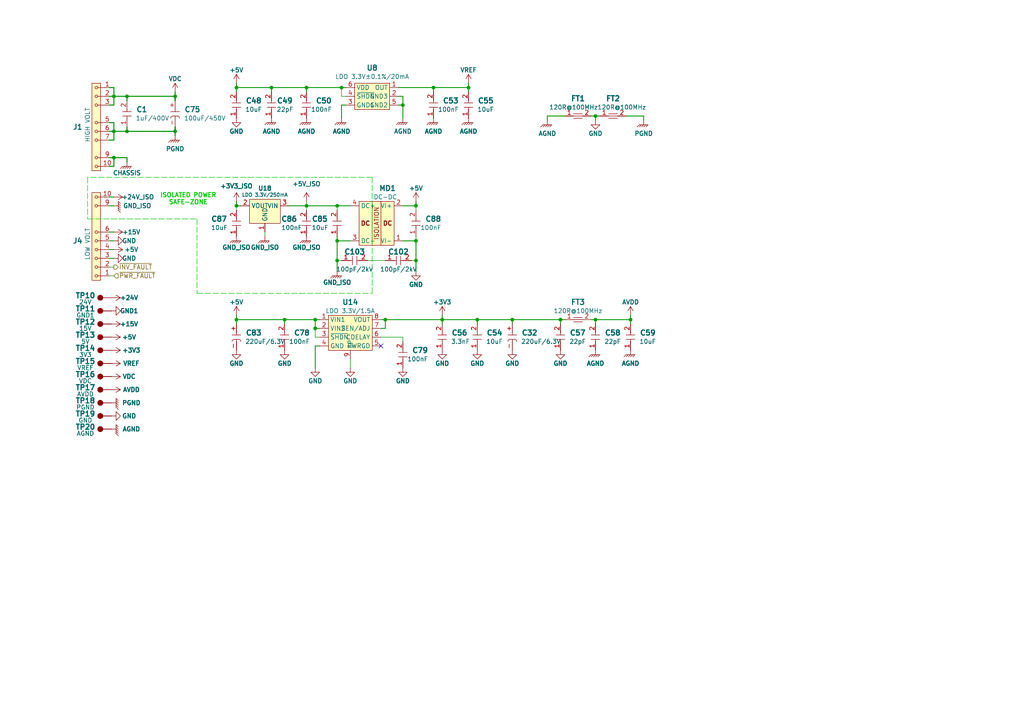
<source format=kicad_sch>
(kicad_sch (version 20231120) (generator "eeschema") (generator_version "8.0")
  (paper "A4")
  (title_block (title "INVERTER BOARD") (date "2024-09-24") (rev "1.0") (company "TON DUC THANG UNIVERSITY") (comment 1 "Schematic Designed by ...") (comment 2 "PCB Designed by ...") (comment 3 "Approved by ..."))
  (lib_symbols
    (symbol "SAMPI:+24V_ISO" (power) (pin_names (offset 0))
      (property "Value" "+24V_ISO" (at 0 3.556 0))
      (symbol "+24V_ISO_1_1"
        (pin power_in line (at 0 0 90) (length 0) hide (name "+24V_ISO") (number "1"))
      )
    )
    (symbol "SAMPI:+3V3_ISO" (power) (pin_names (offset 0))
      (property "Value" "+3V3_ISO" (at 0 3.556 0))
      (symbol "+3V3_ISO_1_1"
        (pin power_in line (at 0 0 90) (length 0) hide (name "+3V3_ISO") (number "1"))
      )
    )
    (symbol "SAMPI:+5V_ISO" (power) (pin_names (offset 0))
      (property "Value" "+5V_ISO" (at 0 3.556 0))
      (symbol "+5V_ISO_1_1"
        (pin power_in line (at 0 0 90) (length 0) hide (name "+5V_ISO") (number "1"))
      )
    )
    (symbol "SAMPI:AGND" (power) (pin_names (offset 0))
      (property "Value" "AGND" (at 0 -3.175 0))
      (symbol "AGND_1_1"
        (pin power_in line (at 0 0 90) (length 0) hide (name "AGND") (number "1"))
      )
    )
    (symbol "SAMPI:AVDD" (power) (pin_names (offset 0))
      (property "Value" "AVDD" (at 0 3.556 0))
      (symbol "AVDD_1_1"
        (pin power_in line (at 0 0 90) (length 0) hide (name "AVDD") (number "1"))
      )
    )
    (symbol "SAMPI:CERCAP" (pin_names hide)
      (property "Reference" "C" (at -1.905 1.905 0))
      (property "Value" "CerCap" (at -1.905 0 0))
      (symbol "CERCAP_1_1"
        (pin bidirectional line (at -2.54 -2.54 0) (length 2.54) (name "1") (number "1"))
        (pin bidirectional line (at 5.08 -2.54 180) (length 2.54) (name "2") (number "2"))
      )
    )
    (symbol "SAMPI:CHASSIS" (power) (pin_names (offset 0))
      (property "Value" "CHASSIS" (at 0 -3.81 0))
      (symbol "CHASSIS_1_1"
        (pin power_in line (at 0 0 180) (length 0) hide (name "CHASSIS") (number "1"))
      )
    )
    (symbol "SAMPI:DC-DC"
      (property "Reference" "MD1" (at 0 3.81 0))
      (property "Value" "DC-DC" (at 0 1.27 0))
      (symbol "DC-DC_1_1"
        (text "DC    DC" (at 0 -6.35 0) (effects (font (size 1.27 1.27) (bold yes))))
        (text "ISOLATION" (at 0 -6.35 900) (effects (font (size 1.27 1.27))))
        (pin passive line (at -7.62 -11.43 0) (length 2.54) (name "VI-") (number "1"))
        (pin power_in line (at -7.62 -1.27 0) (length 2.54) (name "VI+") (number "2"))
        (pin passive line (at 7.62 -11.43 180) (length 2.54) (name "DC-") (number "3"))
        (pin power_out line (at 7.62 -1.27 180) (length 2.54) (name "DC+") (number "4"))
      )
    )
    (symbol "SAMPI:ELECCAP" (pin_names hide)
      (property "Reference" "C" (at -1.905 1.905 0))
      (property "Value" "Cer Cap" (at -1.905 0 0))
      (symbol "ELECCAP_1_1"
        (pin bidirectional line (at -2.54 -2.54 0) (length 2.54) (name "+") (number "+"))
        (pin bidirectional line (at 5.08 -2.54 180) (length 2.54) (name "-") (number "-"))
      )
    )
    (symbol "SAMPI:FerriteBead" (pin_names hide)
      (property "Reference" "FT" (at -2.54 0.635 0))
      (property "Value" "Ferrite" (at -2.54 -1.27 0))
      (symbol "FerriteBead_1_1"
        (pin bidirectional line (at -3.175 -3.81 0) (length 2.54) (name "1") (number "1"))
        (pin bidirectional line (at 4.445 -3.81 180) (length 2.54) (name "2") (number "2"))
      )
    )
    (symbol "SAMPI:GND_ISO" (power) (pin_names (offset 0))
      (property "Value" "GND_ISO" (at 0 5.715 0))
      (symbol "GND_ISO_1_1"
        (pin power_in line (at 0 8.89 270) (length 0) hide (name "GND_ISO") (number "1"))
      )
    )
    (symbol "SAMPI:LDO"
      (property "Reference" "U" (at 0.635 0 0))
      (property "Value" "MCP1700" (at 2.54 -1.905 0))
      (symbol "LDO_1_1"
        (pin passive line (at 4.445 -12.7 90) (length 2.54) (name "GND") (number "1"))
        (pin power_out line (at 11.43 -5.08 180) (length 2.54) (name "VOUT") (number "2"))
        (pin power_in line (at -2.54 -5.08 0) (length 2.54) (name "VIN") (number "3"))
      )
    )
    (symbol "SAMPI:MCP1501"
      (property "Reference" "U" (at 0 0 0))
      (property "Value" "MCP1501" (at 0 -1.905 0))
      (symbol "MCP1501_1_1"
        (pin power_out line (at 12.7 -5.08 180) (length 2.54) (name "OUT") (number "1"))
        (pin power_in line (at 12.7 -7.62 180) (length 2.54) (name "GND3") (number "2"))
        (pin power_in line (at -2.54 -10.16 0) (length 2.54) (name "GND1") (number "3"))
        (pin input line (at -2.54 -7.62 0) (length 2.54) (name "~{SHDN}") (number "4"))
        (pin power_in line (at 12.7 -10.16 180) (length 2.54) (name "GND2") (number "5"))
        (pin power_in line (at -2.54 -5.08 0) (length 2.54) (name "VDD") (number "6"))
      )
    )
    (symbol "SAMPI:MCP1727"
      (property "Reference" "U" (at 0 0 0))
      (property "Value" "MCP1727" (at 0 -1.905 0))
      (symbol "MCP1727_1_1"
        (pin power_in line (at -2.54 -5.08 0) (length 2.54) (name "VIN1") (number "1"))
        (pin power_in line (at -2.54 -7.62 0) (length 2.54) (name "VIN2") (number "2"))
        (pin input line (at -2.54 -10.16 0) (length 2.54) (name "~{SHDN}") (number "3"))
        (pin power_in line (at -2.54 -12.7 0) (length 2.54) (name "GND") (number "4"))
        (pin bidirectional line (at 15.24 -12.7 180) (length 2.54) (name "PWRGD") (number "5"))
        (pin bidirectional line (at 15.24 -10.16 180) (length 2.54) (name "CDELAY") (number "6"))
        (pin input line (at 15.24 -7.62 180) (length 2.54) (name "SEN/ADJ") (number "7"))
        (pin power_out line (at 15.24 -5.08 180) (length 2.54) (name "VOUT") (number "8"))
        (pin bidirectional line (at 6.35 -16.51 90) (length 2.54) (name "EP") (number "9"))
      )
    )
    (symbol "SAMPI:PGND" (power) (pin_names (offset 0))
      (property "Value" "PGND" (at 0 -3.175 0))
      (symbol "PGND_1_1"
        (pin power_in line (at 0 0 90) (length 0) hide (name "PGND") (number "1"))
      )
    )
    (symbol "SAMPI:SIL10" (pin_names hide)
      (property "Reference" "J4" (at 7.62 -13.97 0))
      (property "Value" "LOW VOLTAGE INPUTS" (at 6.35 -22.86 90))
      (symbol "SIL10_1_0"
        (pin passive line (at 0 -3.81 0) (length 1.27) (name "1") (number "1"))
        (pin passive line (at 0 -26.67 0) (length 1.27) (name "10") (number "10"))
        (pin passive line (at 0 -6.35 0) (length 1.27) (name "2") (number "2"))
        (pin passive line (at 0 -8.89 0) (length 1.27) (name "3") (number "3"))
        (pin passive line (at 0 -11.43 0) (length 1.27) (name "4") (number "4"))
        (pin passive line (at 0 -13.97 0) (length 1.27) (name "5") (number "5"))
        (pin passive line (at 0 -16.51 0) (length 1.27) (name "6") (number "6"))
        (pin passive line (at 0 -24.13 0) (length 1.27) (name "9") (number "9"))
      )
    )
    (symbol "SAMPI:TESTPOINT" (pin_numbers hide) (pin_names hide)
      (property "Reference" "TP1" (at 0 4.445 0))
      (property "Value" "TP" (at 0 2.54 0))
      (symbol "TESTPOINT_1_1"
        (pin passive line (at 0 -2.54 90) (length 2.54) (name "") (number "1"))
      )
    )
    (symbol "SAMPI:VREF" (power) (pin_names (offset 0))
      (property "Value" "VREF" (at 0 3.556 0))
      (symbol "VREF_1_1"
        (pin power_in line (at 0 0 90) (length 0) hide (name "VREF") (number "1"))
      )
    )
    (symbol "SIL10_1" (pin_names hide)
      (property "Reference" "J1" (at 7.62 -15.24 0))
      (property "Value" "HIGH VOLTAGE INPUTS" (at 6.35 -25.4 90))
      (symbol "SIL10_1_1_0"
        (pin passive line (at 0 -3.81 0) (length 1.27) (name "1") (number "1"))
        (pin passive line (at 0 -26.67 0) (length 1.27) (name "10") (number "10"))
        (pin passive line (at 0 -6.35 0) (length 1.27) (name "2") (number "2"))
        (pin passive line (at 0 -8.89 0) (length 1.27) (name "3") (number "3"))
        (pin passive line (at 0 -13.97 0) (length 1.27) (name "5") (number "5"))
        (pin passive line (at 0 -16.51 0) (length 1.27) (name "6") (number "6"))
        (pin passive line (at 0 -19.05 0) (length 1.27) (name "7") (number "7"))
        (pin passive line (at 0 -24.13 0) (length 1.27) (name "9") (number "9"))
      )
    )
    (symbol "power:+15V" (power) (pin_names (offset 0))
      (property "Value" "+15V" (at 0 3.556 0))
      (symbol "+15V_1_1"
        (pin power_in line (at 0 0 90) (length 0) hide (name "+15V") (number "1"))
      )
    )
    (symbol "power:+24V" (power) (pin_names (offset 0))
      (property "Value" "+24V" (at 0 3.556 0))
      (symbol "+24V_1_1"
        (pin power_in line (at 0 0 90) (length 0) hide (name "+24V") (number "1"))
      )
    )
    (symbol "power:+3V3" (power) (pin_names (offset 0))
      (property "Value" "+3V3" (at 0 3.556 0))
      (symbol "+3V3_1_1"
        (pin power_in line (at 0 0 90) (length 0) hide (name "+3V3") (number "1"))
      )
    )
    (symbol "power:+5V" (power) (pin_names (offset 0))
      (property "Value" "+5V" (at 0 3.556 0))
      (symbol "+5V_1_1"
        (pin power_in line (at 0 0 90) (length 0) hide (name "+5V") (number "1"))
      )
    )
    (symbol "power:GND" (power) (pin_names (offset 0))
      (property "Value" "GND" (at 0 -3.81 0))
      (symbol "GND_1_1"
        (pin power_in line (at 0 0 270) (length 0) hide (name "GND") (number "1"))
      )
    )
    (symbol "power:GND1" (power) (pin_names (offset 0))
      (property "Value" "GND1" (at 0 -3.81 0))
      (symbol "GND1_1_1"
        (pin power_in line (at 0 0 270) (length 0) hide (name "GND1") (number "1"))
      )
    )
    (symbol "power:VDC" (power) (pin_names (offset 0))
      (property "Value" "VDC" (at 0 6.35 0))
      (symbol "VDC_1_1"
        (pin power_in line (at 0 0 90) (length 0) hide (name "VDC") (number "1"))
      )
    )
  )
  (junction (at 97.79 75.565))
  (junction (at 120.65 75.565))
  (junction (at 99.06 25.4))
  (junction (at 125.73 25.4))
  (junction (at 50.8 38.1))
  (junction (at 128.27 92.71))
  (junction (at 68.58 25.4))
  (junction (at 33.02 27.94))
  (junction (at 36.83 27.94))
  (junction (at 97.79 59.69))
  (junction (at 88.9 25.4))
  (junction (at 33.02 38.1))
  (junction (at 50.8 27.94))
  (junction (at 33.02 45.72))
  (junction (at 91.44 95.25))
  (junction (at 120.65 59.69))
  (junction (at 36.83 38.1))
  (junction (at 148.59 92.71))
  (junction (at 135.89 25.4))
  (junction (at 172.72 33.655))
  (junction (at 68.58 92.71))
  (junction (at 78.74 25.4))
  (junction (at 162.56 92.71))
  (junction (at 111.76 92.71))
  (junction (at 138.43 92.71))
  (junction (at 68.58 59.69))
  (junction (at 182.88 92.71))
  (junction (at 88.9 59.69))
  (junction (at 97.79 69.85))
  (junction (at 91.44 92.71))
  (junction (at 120.65 69.85))
  (junction (at 172.72 92.71))
  (junction (at 116.84 30.48))
  (junction (at 82.55 92.71))
  (no_connect (at 110.49 100.33))
  (wire (pts (xy 50.8 27.94) (xy 36.83 27.94)) (stroke (width 0.3)))
  (wire (pts (xy 91.44 106.68) (xy 91.44 100.33)) (stroke (width 0.25)))
  (wire (pts (xy 120.65 75.565) (xy 120.65 78.74)) (stroke (width 0.254)))
  (wire (pts (xy 82.55 92.71) (xy 82.55 93.98)) (stroke (width 0.25)))
  (wire (pts (xy 33.02 45.72) (xy 31.75 45.72)) (stroke (width 0.3)))
  (wire (pts (xy 33.02 40.64) (xy 31.75 40.64)) (stroke (width 0.3)))
  (wire (pts (xy 50.8 38.1) (xy 50.8 39.37)) (stroke (width 0.3)))
  (wire (pts (xy 171.45 92.71) (xy 172.72 92.71)) (stroke (width 0.25)))
  (wire (pts (xy 33.02 27.94) (xy 33.02 30.48)) (stroke (width 0.3)))
  (wire (pts (xy 33.02 35.56) (xy 31.75 35.56)) (stroke (width 0.3)))
  (wire (pts (xy 33.02 27.94) (xy 31.75 27.94)) (stroke (width 0.3)))
  (wire (pts (xy 172.72 33.655) (xy 172.72 34.925)) (stroke (width 0.25)))
  (wire (pts (xy 50.8 26.67) (xy 50.8 27.94)) (stroke (width 0.3)))
  (wire (pts (xy 68.58 93.98) (xy 68.58 92.71)) (stroke (width 0.25)))
  (wire (pts (xy 120.65 58.42) (xy 120.65 59.69)) (stroke (width 0.254)))
  (wire (pts (xy 128.27 92.71) (xy 138.43 92.71)) (stroke (width 0.25)))
  (wire (pts (xy 91.44 97.79) (xy 91.44 95.25)))
  (wire (pts (xy 116.84 97.79) (xy 116.84 99.06)))
  (polyline (pts (xy 107.95 85.09) (xy 107.95 51.435)) (stroke (width 0) (type dash) (color 0 200 0 1)))
  (wire (pts (xy 172.72 33.655) (xy 173.99 33.655)) (stroke (width 0.25)))
  (wire (pts (xy 33.02 25.4) (xy 33.02 27.94)) (stroke (width 0.3)))
  (wire (pts (xy 138.43 92.71) (xy 138.43 93.98)) (stroke (width 0.25)))
  (wire (pts (xy 68.58 24.13) (xy 68.58 25.4)) (stroke (width 0.25)))
  (wire (pts (xy 172.72 92.71) (xy 182.88 92.71)) (stroke (width 0.25)))
  (wire (pts (xy 162.56 92.71) (xy 162.56 93.98)) (stroke (width 0.25)))
  (wire (pts (xy 186.69 33.655) (xy 181.61 33.655)) (stroke (width 0.25)))
  (polyline (pts (xy 107.95 51.435) (xy 25.4 51.435)) (stroke (width 0) (type dash) (color 0 200 0 1)))
  (wire (pts (xy 116.84 30.48) (xy 116.84 34.29)) (stroke (width 0.25)))
  (wire (pts (xy 110.49 95.25) (xy 111.76 95.25)) (stroke (width 0.25)))
  (wire (pts (xy 97.79 59.69) (xy 97.79 60.96)))
  (wire (pts (xy 182.88 93.98) (xy 182.88 92.71)) (stroke (width 0.25)))
  (wire (pts (xy 33.02 59.69) (xy 31.75 59.69)) (stroke (width 0.25)))
  (wire (pts (xy 120.65 59.69) (xy 116.84 59.69)) (stroke (width 0.254)))
  (wire (pts (xy 68.58 25.4) (xy 68.58 26.67)) (stroke (width 0.25)))
  (wire (pts (xy 36.83 45.72) (xy 36.83 46.99)) (stroke (width 0.3)))
  (wire (pts (xy 99.06 34.29) (xy 99.06 30.48)) (stroke (width 0.25)))
  (wire (pts (xy 36.83 27.94) (xy 36.83 29.21)) (stroke (width 0.3)))
  (wire (pts (xy 148.59 92.71) (xy 162.56 92.71)) (stroke (width 0.25)))
  (wire (pts (xy 120.65 69.85) (xy 116.84 69.85)) (stroke (width 0.254)))
  (wire (pts (xy 33.02 38.1) (xy 33.02 40.64)) (stroke (width 0.3)))
  (wire (pts (xy 110.49 97.79) (xy 116.84 97.79)))
  (wire (pts (xy 33.02 80.01) (xy 31.75 80.01)))
  (wire (pts (xy 68.58 25.4) (xy 78.74 25.4)) (stroke (width 0.25)))
  (wire (pts (xy 50.8 38.1) (xy 36.83 38.1)) (stroke (width 0.3)))
  (polyline (pts (xy 86.995 85.09) (xy 86.995 85.09)))
  (wire (pts (xy 99.06 30.48) (xy 100.33 30.48)) (stroke (width 0.25)))
  (wire (pts (xy 33.02 48.26) (xy 31.75 48.26)) (stroke (width 0.3)))
  (wire (pts (xy 128.27 92.71) (xy 128.27 93.98)) (stroke (width 0.25)))
  (wire (pts (xy 78.74 25.4) (xy 78.74 26.67)) (stroke (width 0.25)))
  (wire (pts (xy 115.57 30.48) (xy 116.84 30.48)) (stroke (width 0.25)))
  (wire (pts (xy 68.58 58.42) (xy 68.58 59.69)) (stroke (width 0.254)))
  (wire (pts (xy 33.02 38.1) (xy 33.02 35.56)) (stroke (width 0.3)))
  (wire (pts (xy 135.89 26.67) (xy 135.89 25.4)) (stroke (width 0.25)))
  (wire (pts (xy 138.43 92.71) (xy 148.59 92.71)) (stroke (width 0.25)))
  (wire (pts (xy 125.73 25.4) (xy 135.89 25.4)) (stroke (width 0.25)))
  (wire (pts (xy 111.76 92.71) (xy 128.27 92.71)) (stroke (width 0.25)))
  (wire (pts (xy 99.06 75.565) (xy 97.79 75.565)))
  (wire (pts (xy 101.6 106.68) (xy 101.6 104.14)))
  (wire (pts (xy 97.79 69.85) (xy 97.79 68.58)) (stroke (width 0.254)))
  (wire (pts (xy 120.65 75.565) (xy 119.38 75.565)))
  (wire (pts (xy 101.6 69.85) (xy 97.79 69.85)) (stroke (width 0.254)))
  (wire (pts (xy 33.02 77.47) (xy 31.75 77.47)))
  (wire (pts (xy 78.74 25.4) (xy 88.9 25.4)) (stroke (width 0.25)))
  (wire (pts (xy 33.02 72.39) (xy 31.75 72.39)) (stroke (width 0.25)))
  (wire (pts (xy 162.56 92.71) (xy 163.83 92.71)) (stroke (width 0.25)))
  (wire (pts (xy 91.44 100.33) (xy 92.71 100.33)) (stroke (width 0.25)))
  (wire (pts (xy 68.58 92.71) (xy 82.55 92.71)) (stroke (width 0.25)))
  (wire (pts (xy 171.45 33.655) (xy 172.72 33.655)) (stroke (width 0.25)))
  (wire (pts (xy 97.79 75.565) (xy 97.79 78.74)) (stroke (width 0.254)))
  (wire (pts (xy 36.83 45.72) (xy 33.02 45.72)) (stroke (width 0.3)))
  (wire (pts (xy 50.8 38.1) (xy 36.83 38.1)))
  (wire (pts (xy 186.69 34.925) (xy 186.69 33.655)) (stroke (width 0.25)))
  (wire (pts (xy 36.83 36.83) (xy 36.83 38.1)) (stroke (width 0.3)))
  (wire (pts (xy 120.65 68.58) (xy 120.65 69.85)))
  (wire (pts (xy 99.06 27.94) (xy 99.06 25.4)))
  (wire (pts (xy 91.44 95.25) (xy 91.44 92.71)) (stroke (width 0.25)))
  (wire (pts (xy 110.49 92.71) (xy 111.76 92.71)) (stroke (width 0.25)))
  (wire (pts (xy 88.9 60.96) (xy 88.9 59.69)))
  (wire (pts (xy 148.59 92.71) (xy 148.59 93.98)) (stroke (width 0.25)))
  (wire (pts (xy 172.72 92.71) (xy 172.72 93.98)) (stroke (width 0.25)))
  (wire (pts (xy 33.02 25.4) (xy 31.75 25.4)) (stroke (width 0.3)))
  (wire (pts (xy 158.75 34.925) (xy 158.75 33.655)) (stroke (width 0.25)))
  (wire (pts (xy 125.73 25.4) (xy 125.73 26.67)) (stroke (width 0.25)))
  (polyline (pts (xy 25.4 51.435) (xy 25.4 63.5)) (stroke (width 0) (type dash) (color 0 200 0 1)))
  (wire (pts (xy 135.89 24.13) (xy 135.89 25.4)) (stroke (width 0.25)))
  (wire (pts (xy 33.02 38.1) (xy 31.75 38.1)) (stroke (width 0.3)))
  (polyline (pts (xy 57.15 63.5) (xy 57.15 85.09)) (stroke (width 0) (type dash) (color 0 200 0 1)))
  (wire (pts (xy 97.79 69.85) (xy 97.79 75.565)) (stroke (width 0.254)))
  (wire (pts (xy 33.02 57.15) (xy 31.75 57.15)) (stroke (width 0.25)))
  (wire (pts (xy 92.71 97.79) (xy 91.44 97.79)))
  (wire (pts (xy 50.8 36.83) (xy 50.8 38.1)) (stroke (width 0.381)))
  (wire (pts (xy 31.75 69.85) (xy 33.02 69.85)) (stroke (width 0.25)))
  (wire (pts (xy 120.65 60.96) (xy 120.65 59.69)))
  (wire (pts (xy 68.58 91.44) (xy 68.58 92.71)) (stroke (width 0.25)))
  (wire (pts (xy 33.02 45.72) (xy 33.02 48.26)) (stroke (width 0.3)))
  (wire (pts (xy 31.75 67.31) (xy 33.02 67.31)) (stroke (width 0.25)))
  (wire (pts (xy 158.75 33.655) (xy 163.83 33.655)) (stroke (width 0.25)))
  (wire (pts (xy 88.9 25.4) (xy 99.06 25.4)) (stroke (width 0.25)))
  (wire (pts (xy 68.58 59.69) (xy 68.58 60.96)))
  (wire (pts (xy 91.44 92.71) (xy 92.71 92.71)) (stroke (width 0.25)))
  (wire (pts (xy 182.88 91.44) (xy 182.88 92.71)) (stroke (width 0.25)))
  (wire (pts (xy 100.33 25.4) (xy 99.06 25.4)) (stroke (width 0.25)))
  (wire (pts (xy 36.83 38.1) (xy 33.02 38.1)) (stroke (width 0.3)))
  (wire (pts (xy 88.9 58.42) (xy 88.9 59.69)))
  (wire (pts (xy 82.55 92.71) (xy 91.44 92.71)) (stroke (width 0.25)))
  (wire (pts (xy 33.02 74.93) (xy 31.75 74.93)) (stroke (width 0.25)))
  (wire (pts (xy 33.02 30.48) (xy 31.75 30.48)) (stroke (width 0.3)))
  (wire (pts (xy 76.835 68.58) (xy 76.835 67.31)))
  (wire (pts (xy 100.33 27.94) (xy 99.06 27.94)))
  (wire (pts (xy 101.6 59.69) (xy 97.79 59.69)) (stroke (width 0.254)))
  (polyline (pts (xy 57.15 85.09) (xy 107.95 85.09)) (stroke (width 0) (type dash) (color 0 200 0 1)))
  (wire (pts (xy 111.76 95.25) (xy 111.76 92.71)) (stroke (width 0.25)))
  (wire (pts (xy 128.27 91.44) (xy 128.27 92.71)) (stroke (width 0.25)))
  (wire (pts (xy 92.71 95.25) (xy 91.44 95.25)) (stroke (width 0.25)))
  (wire (pts (xy 120.65 69.85) (xy 120.65 75.565)) (stroke (width 0.254)))
  (wire (pts (xy 50.8 27.94) (xy 50.8 29.21)) (stroke (width 0.381)))
  (wire (pts (xy 111.76 75.565) (xy 106.68 75.565)))
  (wire (pts (xy 69.85 59.69) (xy 68.58 59.69)) (stroke (width 0.254)))
  (wire (pts (xy 115.57 27.94) (xy 116.84 27.94)) (stroke (width 0.25)))
  (wire (pts (xy 88.9 25.4) (xy 88.9 26.67)) (stroke (width 0.25)))
  (wire (pts (xy 116.84 27.94) (xy 116.84 30.48)) (stroke (width 0.25)))
  (polyline (pts (xy 25.4 63.5) (xy 57.15 63.5)) (stroke (width 0) (type dash) (color 0 200 0 1)))
  (wire (pts (xy 115.57 25.4) (xy 125.73 25.4)) (stroke (width 0.25)))
  (wire (pts (xy 88.9 59.69) (xy 97.79 59.69)) (stroke (width 0.254)))
  (wire (pts (xy 33.02 27.94) (xy 36.83 27.94)) (stroke (width 0.3)))
  (wire (pts (xy 88.9 59.69) (xy 83.82 59.69)) (stroke (width 0.254)))
  (text "ISOLATED POWER\nSAFE-ZONE" (at 54.61 57.785 0) (effects (font (size 1.27 1.27) (thickness 0.254) (bold yes))))
  (hierarchical_label "~{PWR_FAULT}" (shape input) (at 33.02 80.01 0))
  (hierarchical_label "~{INV_FAULT}" (shape output) (at 33.02 77.47 0))
  (symbol (lib_id "SAMPI:GND_ISO") (at 97.79 87.63 0) (unit 1)
    (property "Reference" "#PWR0223" (effects (hide yes)))
    (property "Value" "GND_ISO" (at 97.79 81.915 0) (effects (font (bold yes))))
    (property "Description" "Power symbol creates a global label with name \"+GND_ISO\"" (effects (hide yes)))
  )
  (symbol (lib_id "power:GND") (at 32.385 120.65 90) (unit 1)
    (property "Reference" "#PWR0211" (effects (hide yes)))
    (property "Value" "GND" (at 37.465 120.65 90) (effects (font (bold yes))))
  )
  (symbol (lib_id "SAMPI:DC-DC") (at 109.22 58.42 0) (mirror y) (unit 1)
    (property "Reference" "MD1" (at 112.395 54.61 0) (effects (font (size 1.5 1.5) (bold yes))))
    (property "Value" "DC-DC" (at 111.76 57.15 0))
    (property "Footprint" "Liem:B1524S-1WR3" (effects (hide yes)))
    (property "Description" "DC DC CONVERTER 5V 1W" (effects (hide yes)))
    (property "MNP" "B0505S-1WR3" (effects (hide yes)))
    (property "MFT" "Mornsun America, LLC" (effects (hide yes)))
  )
  (symbol (lib_id "power:+5V") (at 33.02 72.39 270) (unit 1)
    (property "Reference" "#PWR0101" (effects (hide yes)))
    (property "Value" "+5V" (at 38.1 72.39 90) (effects (font (bold yes))))
  )
  (symbol (lib_id "power:GND") (at 68.58 34.29 0) (mirror y) (unit 1)
    (property "Reference" "#PWR015" (effects (hide yes)))
    (property "Value" "GND" (at 68.58 38.1 0) (effects (font (bold yes))))
  )
  (symbol (lib_id "SAMPI:CERCAP") (at 133.35 31.75 90) (unit 1)
    (property "Reference" "C55" (at 138.43 29.2099 90) (effects (font (size 1.5 1.5) (bold yes)) (justify right)))
    (property "Value" "10uF" (at 138.43 31.7499 90) (effects (justify right)))
    (property "Footprint" "SAMPI:CAP0603" (effects (hide yes)))
    (property "Description" "CAP CER 10UF 6.3V X5R 0603" (effects (hide yes)))
    (property "MNP" "CL10A106MQ8NNNC" (effects (hide yes)))
    (property "Unit Price" "0.079" (effects (hide yes)))
    (property "MFT" "Samsung" (effects (hide yes)))
    (property "Checked" "OK" (effects (hide yes)))
  )
  (symbol (lib_id "SAMPI:ELECCAP") (at 71.12 96.52 270) (unit 1)
    (property "Reference" "C83" (at 71.12 96.5199 90) (effects (font (size 1.5 1.5) (bold yes)) (justify left)))
    (property "Value" "220uF/6.3V" (at 71.12 99.0599 90) (effects (justify left)))
    (property "Footprint" "SAMPI:CAP1411" (effects (hide yes)))
    (property "Description" "CAP TANT 220UF 20% 6.3V 1411" (effects (hide yes)))
    (property "MNP" "TLJB227M006R0500" (effects (hide yes)))
    (property "Unit Price" "1.01" (effects (hide yes)))
    (property "MFT" "KAVX" (effects (hide yes)))
    (property "Checked" "OK" (effects (hide yes)))
  )
  (symbol (lib_id "power:GND") (at 162.56 101.6 0) (unit 1)
    (property "Reference" "#PWR098" (effects (hide yes)))
    (property "Value" "GND" (at 162.56 105.41 0) (effects (font (bold yes))))
  )
  (symbol (lib_id "SAMPI:AGND") (at 125.73 34.29 0) (unit 1)
    (property "Reference" "#PWR092" (effects (hide yes)))
    (property "Value" "AGND" (at 125.73 38.1 0) (effects (font (bold yes))))
  )
  (symbol (lib_id "SAMPI:AGND") (at 182.88 101.6 0) (unit 1)
    (property "Reference" "#PWR0108" (effects (hide yes)))
    (property "Value" "AGND" (at 182.88 105.41 0) (effects (font (bold yes))))
  )
  (symbol (lib_id "power:GND") (at 138.43 101.6 0) (unit 1)
    (property "Reference" "#PWR093" (effects (hide yes)))
    (property "Value" "GND" (at 138.43 105.41 0) (effects (font (bold yes))))
  )
  (symbol (lib_id "SAMPI:VREF") (at 32.385 105.41 270) (unit 1)
    (property "Reference" "#PWR0209" (effects (hide yes)))
    (property "Value" "VREF" (at 38.1 105.41 90) (effects (font (bold yes))))
  )
  (symbol (lib_id "SAMPI:CERCAP") (at 66.04 31.75 90) (unit 1)
    (property "Reference" "C48" (at 71.12 29.2099 90) (effects (font (size 1.5 1.5) (bold yes)) (justify right)))
    (property "Value" "10uF" (at 71.12 31.7499 90) (effects (justify right)))
    (property "Footprint" "SAMPI:CAP0603" (effects (hide yes)))
    (property "Description" "CAP CER 10UF 6.3V X5R 0603" (effects (hide yes)))
    (property "MNP" "CL10A106MQ8NNNC" (effects (hide yes)))
    (property "Unit Price" "0.079" (effects (hide yes)))
    (property "MFT" "Samsung" (effects (hide yes)))
    (property "Checked" "OK" (effects (hide yes)))
  )
  (symbol (lib_id "SAMPI:TESTPOINT") (at 29.845 97.79 90) (unit 1) (in_bom no)
    (property "Reference" "TP13" (at 24.765 97.155 90) (effects (font (size 1.5 1.5) (bold yes))))
    (property "Value" "5V" (at 24.765 99.06 90))
    (property "Footprint" "SAMPI:TP1MM" (effects (hide yes)))
  )
  (symbol (lib_id "SAMPI:AVDD") (at 182.88 91.44 0) (unit 1)
    (property "Reference" "#PWR0107" (effects (hide yes)))
    (property "Value" "AVDD" (at 182.88 87.63 0) (effects (font (bold yes))))
  )
  (symbol (lib_id "SAMPI:SIL10") (at 31.75 83.82 180) (unit 1)
    (property "Reference" "J4" (at 24.13 69.85 0) (effects (font (size 1.5 1.5) (bold yes)) (justify left)))
    (property "Value" "LOW VOLT" (at 25.4 66.04 90) (effects (justify left)))
    (property "Footprint" "SAMPI:HDM1x10x2.54_TH_RA" (effects (hide yes)))
    (property "Description" "CONN HDR 10POS 0.1 TIN PCB R/A" (effects (hide yes)))
    (property "MFT" "Sullins" (effects (hide yes)))
    (property "MNP" "PPTC101LGBN-RC" (effects (hide yes)))
    (property "Checked" "OK" (effects (hide yes)))
  )
  (symbol (lib_name "SIL10_1") (lib_id "SAMPI:SIL10") (at 31.75 21.59 0) (mirror y) (unit 1)
    (property "Reference" "J1" (at 24.13 36.83 0) (effects (font (size 1.5 1.5) (bold yes)) (justify left)))
    (property "Value" "HIGH VOLT" (at 25.4 41.275 90) (effects (justify left)))
    (property "Footprint" "SAMPI:HDM1x10x2.54_TH_RA" (effects (hide yes)))
    (property "Description" "CONN HDR 10POS 0.1 TIN PCB R/A" (effects (hide yes)))
    (property "MFT" "Sullins" (effects (hide yes)))
    (property "MNP" "PPTC101LGBN-RC" (effects (hide yes)))
    (property "Checked" "OK" (effects (hide yes)))
  )
  (symbol (lib_id "SAMPI:AGND") (at 78.74 34.29 0) (unit 1)
    (property "Reference" "#PWR084" (effects (hide yes)))
    (property "Value" "AGND" (at 78.74 38.1 0) (effects (font (bold yes))))
  )
  (symbol (lib_id "SAMPI:TESTPOINT") (at 29.845 124.46 90) (unit 1) (in_bom no)
    (property "Reference" "TP20" (at 24.765 123.825 90) (effects (font (size 1.5 1.5) (bold yes))))
    (property "Value" "AGND" (at 24.765 125.73 90))
    (property "Footprint" "SAMPI:TP1MM" (effects (hide yes)))
  )
  (symbol (lib_id "power:GND") (at 33.02 74.93 90) (unit 1)
    (property "Reference" "#PWR0103" (effects (hide yes)))
    (property "Value" "GND" (at 37.465 74.93 90) (effects (font (bold yes))))
  )
  (symbol (lib_id "SAMPI:LDO") (at 81.28 54.61 0) (mirror y) (unit 1)
    (property "Reference" "U18" (at 76.835 54.61 0) (effects (font (bold yes))))
    (property "Value" "LDO 3.3V/250mA" (at 76.835 56.515 0) (effects (font (size 1.016 1.016))))
    (property "Footprint" "SAMPI:SOT23" (effects (hide yes)))
    (property "Description" "IC REG LINEAR 3.3V 250MA SOT23-3" (effects (hide yes)))
    (property "MNP" "MCP1700T-3302E/TT" (effects (hide yes)))
    (property "MFT" "Microchip Technology" (effects (hide yes)))
  )
  (symbol (lib_id "SAMPI:VREF") (at 135.89 24.13 0) (unit 1)
    (property "Reference" "#PWR094" (effects (hide yes)))
    (property "Value" "VREF" (at 135.89 20.32 0) (effects (font (bold yes))))
  )
  (symbol (lib_id "SAMPI:AGND") (at 32.385 124.46 90) (unit 1)
    (property "Reference" "#PWR0204" (effects (hide yes)))
    (property "Value" "AGND" (at 38.1 124.46 90) (effects (font (bold yes))))
  )
  (symbol (lib_id "SAMPI:CERCAP") (at 180.34 99.06 90) (unit 1)
    (property "Reference" "C59" (at 185.42 96.5199 90) (effects (font (size 1.5 1.5) (bold yes)) (justify right)))
    (property "Value" "10uF" (at 185.42 99.0599 90) (effects (justify right)))
    (property "Footprint" "SAMPI:CAP0603" (effects (hide yes)))
    (property "Description" "CAP CER 10UF 6.3V X5R 0603" (effects (hide yes)))
    (property "MNP" "CL10A106MQ8NNNC" (effects (hide yes)))
    (property "Unit Price" "0.079" (effects (hide yes)))
    (property "MFT" "Samsung" (effects (hide yes)))
    (property "Checked" "OK" (effects (hide yes)))
  )
  (symbol (lib_id "power:GND") (at 82.55 101.6 0) (unit 1)
    (property "Reference" "#PWR0195" (effects (hide yes)))
    (property "Value" "GND" (at 82.55 105.41 0) (effects (font (bold yes))))
  )
  (symbol (lib_id "SAMPI:CERCAP") (at 125.73 99.06 90) (unit 1)
    (property "Reference" "C56" (at 130.81 96.5199 90) (effects (font (size 1.5 1.5) (bold yes)) (justify right)))
    (property "Value" "3.3nF" (at 130.81 99.0599 90) (effects (justify right)))
    (property "Footprint" "SAMPI:CAP0603" (effects (hide yes)))
    (property "Description" "CAP CER 3.3nF 50V X7R 0603" (effects (hide yes)))
    (property "Unit Price" "0.031" (effects (hide yes)))
    (property "MNP" "CL10B332KB8NNNC" (effects (hide yes)))
    (property "MFT" "Samsung" (effects (hide yes)))
    (property "Checked" "OK" (effects (hide yes)))
  )
  (symbol (lib_id "SAMPI:CERCAP") (at 123.19 31.75 90) (unit 1)
    (property "Reference" "C53" (at 128.27 29.2099 90) (effects (font (size 1.5 1.5) (bold yes)) (justify right)))
    (property "Value" "100nF" (at 127 31.75 90) (effects (justify right)))
    (property "Footprint" "SAMPI:CAP0603" (effects (hide yes)))
    (property "Description" "CAP CER 0.1UF 50V X7R 0603" (effects (hide yes)))
    (property "MNP" "CL10B104KB8NNNC" (effects (hide yes)))
    (property "Unit Price" "0.0146" (effects (hide yes)))
    (property "MFT" "Samsung" (effects (hide yes)))
    (property "Checked" "OK" (effects (hide yes)))
  )
  (symbol (lib_id "SAMPI:CERCAP") (at 114.3 104.14 90) (unit 1)
    (property "Reference" "C79" (at 119.38 101.5999 90) (effects (font (size 1.5 1.5) (bold yes)) (justify right)))
    (property "Value" "100nF" (at 118.11 104.14 90) (effects (justify right)))
    (property "Footprint" "SAMPI:CAP0603" (effects (hide yes)))
    (property "Description" "CAP CER 0.1UF 50V X7R 0603" (effects (hide yes)))
    (property "MNP" "CL10B104KB8NNNC" (effects (hide yes)))
    (property "MFT" "Samsung" (effects (hide yes)))
    (property "Unit Price" "0.0146" (effects (hide yes)))
    (property "Checked" "OK" (effects (hide yes)))
  )
  (symbol (lib_id "SAMPI:AGND") (at 116.84 34.29 0) (unit 1)
    (property "Reference" "#PWR091" (effects (hide yes)))
    (property "Value" "AGND" (at 116.84 38.1 0) (effects (font (bold yes))))
  )
  (symbol (lib_id "SAMPI:TESTPOINT") (at 29.845 105.41 90) (unit 1) (in_bom no)
    (property "Reference" "TP15" (at 24.765 104.775 90) (effects (font (size 1.5 1.5) (bold yes))))
    (property "Value" "VREF" (at 24.765 106.68 90))
    (property "Footprint" "SAMPI:TP1MM" (effects (hide yes)))
  )
  (symbol (lib_id "SAMPI:GND_ISO") (at 68.58 77.47 0) (unit 1)
    (property "Reference" "#PWR0226" (effects (hide yes)))
    (property "Value" "GND_ISO" (at 68.58 71.755 0) (effects (font (bold yes))))
    (property "Description" "Power symbol creates a global label with name \"+GND_ISO\"" (effects (hide yes)))
  )
  (symbol (lib_id "SAMPI:TESTPOINT") (at 29.845 93.98 90) (unit 1) (in_bom no)
    (property "Reference" "TP12" (at 24.765 93.345 90) (effects (font (size 1.5 1.5) (bold yes))))
    (property "Value" "15V" (at 24.765 95.25 90))
    (property "Footprint" "SAMPI:TP1MM" (effects (hide yes)))
  )
  (symbol (lib_id "power:GND") (at 101.6 106.68 0) (unit 1)
    (property "Reference" "#PWR0197" (effects (hide yes)))
    (property "Value" "GND" (at 101.6 110.49 0) (effects (font (bold yes))))
  )
  (symbol (lib_id "power:+15V") (at 32.385 93.98 270) (mirror x) (unit 1)
    (property "Reference" "#PWR0202" (effects (hide yes)))
    (property "Value" "+15V" (at 37.465 93.98 90) (effects (font (bold yes))))
  )
  (symbol (lib_id "SAMPI:TESTPOINT") (at 29.845 101.6 90) (unit 1) (in_bom no)
    (property "Reference" "TP14" (at 24.765 100.965 90) (effects (font (size 1.5 1.5) (bold yes))))
    (property "Value" "3V3" (at 24.765 102.87 90))
    (property "Footprint" "SAMPI:TP1MM" (effects (hide yes)))
  )
  (symbol (lib_id "SAMPI:+3V3_ISO") (at 68.58 58.42 0) (mirror y) (unit 1)
    (property "Reference" "#PWR0227" (effects (hide yes)))
    (property "Value" "+3V3_ISO" (at 68.58 53.975 0) (effects (font (bold yes))))
    (property "Description" "Power symbol creates a global label with name \"+3V3_ISO\"" (effects (hide yes)))
  )
  (symbol (lib_id "SAMPI:CERCAP") (at 135.89 99.06 90) (unit 1)
    (property "Reference" "C54" (at 140.97 96.5199 90) (effects (font (size 1.5 1.5) (bold yes)) (justify right)))
    (property "Value" "10uF" (at 140.97 99.0599 90) (effects (justify right)))
    (property "Footprint" "SAMPI:CAP0603" (effects (hide yes)))
    (property "Description" "CAP CER 10UF 6.3V X5R 0603" (effects (hide yes)))
    (property "MNP" "CL10A106MQ8NNNC" (effects (hide yes)))
    (property "Unit Price" "0.079" (effects (hide yes)))
    (property "MFT" "Samsung" (effects (hide yes)))
    (property "Checked" "OK" (effects (hide yes)))
  )
  (symbol (lib_id "power:GND") (at 120.65 78.74 0) (unit 1)
    (property "Reference" "#PWR0220" (effects (hide yes)))
    (property "Value" "GND" (at 120.65 82.55 0) (effects (font (bold yes))))
  )
  (symbol (lib_id "SAMPI:CERCAP") (at 160.02 99.06 90) (unit 1)
    (property "Reference" "C57" (at 165.1 96.5199 90) (effects (font (size 1.5 1.5) (bold yes)) (justify right)))
    (property "Value" "22pF" (at 165.1 99.0599 90) (effects (justify right)))
    (property "Footprint" "SAMPI:CAP0603" (effects (hide yes)))
    (property "Description" "CAP CER 22PF 50V C0G/NP0 0603" (effects (hide yes)))
    (property "MNP" "0603N220J500CT" (effects (hide yes)))
    (property "Unit Price" "0.012" (effects (hide yes)))
    (property "MFT" "Walsin" (effects (hide yes)))
    (property "Checked" "OK" (effects (hide yes)))
  )
  (symbol (lib_id "SAMPI:+24V_ISO") (at 33.02 57.15 270) (unit 1)
    (property "Reference" "#PWR0129" (effects (hide yes)))
    (property "Value" "+24V_ISO" (at 40.005 57.15 90) (effects (font (thickness 0.254) (bold yes))))
    (property "Description" "Power symbol creates a global label with name \"+24V_ISO\"" (effects (hide yes)))
  )
  (symbol (lib_id "SAMPI:CERCAP") (at 114.3 73.025 0) (unit 1)
    (property "Reference" "C102" (at 115.57 73.025 0) (effects (font (size 1.5 1.5) (bold yes))))
    (property "Value" "100pF/2kV" (at 115.57 78.105 0))
    (property "Footprint" "SAMPI:CAP1206" (effects (hide yes)))
    (property "Description" "CAP CER 100PF 2000V X7R 1206" (effects (hide yes)))
    (property "MNP" "885342208022" (effects (hide yes)))
    (property "MFT" "WE" (effects (hide yes)))
    (property "Unit Price" "0.19" (effects (hide yes)))
    (property "Checked" "OK" (effects (hide yes)))
  )
  (symbol (lib_id "SAMPI:AGND") (at 158.75 34.925 0) (unit 1)
    (property "Reference" "#PWR010" (effects (hide yes)))
    (property "Value" "AGND" (at 158.75 38.735 0) (effects (font (bold yes))))
  )
  (symbol (lib_id "SAMPI:CERCAP") (at 91.44 66.04 270) (mirror x) (unit 1)
    (property "Reference" "C86" (at 86.36 63.4999 90) (effects (font (size 1.5 1.5) (bold yes)) (justify right)))
    (property "Value" "100nF" (at 87.63 66.04 90) (effects (justify right)))
    (property "Footprint" "SAMPI:CAP0603" (effects (hide yes)))
    (property "Description" "CAP CER 0.1UF 50V X7R 0603" (effects (hide yes)))
    (property "MNP" "CL10B104KB8NNNC" (effects (hide yes)))
    (property "MFT" "Samsung" (effects (hide yes)))
    (property "Unit Price" "0.0146" (effects (hide yes)))
    (property "Checked" "OK" (effects (hide yes)))
  )
  (symbol (lib_id "SAMPI:ELECCAP") (at 151.13 96.52 270) (unit 1)
    (property "Reference" "C32" (at 151.13 96.5199 90) (effects (font (size 1.5 1.5) (bold yes)) (justify left)))
    (property "Value" "220uF/6.3V" (at 151.13 99.0599 90) (effects (justify left)))
    (property "Footprint" "SAMPI:CAP1411" (effects (hide yes)))
    (property "Description" "CAP TANT 220UF 20% 6.3V 1411" (effects (hide yes)))
    (property "MNP" "TLJB227M006R0500" (effects (hide yes)))
    (property "Unit Price" "1.01" (effects (hide yes)))
    (property "MFT" "KAVX" (effects (hide yes)))
    (property "Checked" "OK" (effects (hide yes)))
  )
  (symbol (lib_id "power:VDC") (at 32.385 109.22 270) (mirror x) (unit 1)
    (property "Reference" "#PWR0206" (effects (hide yes)))
    (property "Value" "VDC" (at 37.465 109.22 90) (effects (font (bold yes))))
  )
  (symbol (lib_id "power:GND") (at 128.27 101.6 0) (unit 1)
    (property "Reference" "#PWR097" (effects (hide yes)))
    (property "Value" "GND" (at 128.27 105.41 0) (effects (font (bold yes))))
  )
  (symbol (lib_id "SAMPI:FerriteBead") (at 177.165 29.845 0) (unit 1)
    (property "Reference" "FT2" (at 177.8 28.575 0) (effects (font (size 1.5 1.5) (bold yes))))
    (property "Value" "120R@100MHz" (at 180.34 31.115 0))
    (property "Footprint" "SAMPI:FT0603" (effects (hide yes)))
    (property "Description" "FERRITE BEAD 120 OHM 1A 0603 1LN" (effects (hide yes)))
    (property "Unit Price" "0.058" (effects (hide yes)))
    (property "MNP" "PE-0603PFB121ST" (effects (hide yes)))
    (property "MFT" "Pulse" (effects (hide yes)))
    (property "Checked" "OK" (effects (hide yes)))
  )
  (symbol (lib_id "SAMPI:AGND") (at 172.72 101.6 0) (unit 1)
    (property "Reference" "#PWR0102" (effects (hide yes)))
    (property "Value" "AGND" (at 172.72 105.41 0) (effects (font (bold yes))))
  )
  (symbol (lib_id "power:GND") (at 172.72 34.925 0) (unit 1)
    (property "Reference" "#PWR011" (effects (hide yes)))
    (property "Value" "GND" (at 172.72 38.735 0) (effects (font (bold yes))))
  )
  (symbol (lib_id "SAMPI:CERCAP") (at 71.12 66.04 270) (mirror x) (unit 1)
    (property "Reference" "C87" (at 66.04 63.4999 90) (effects (font (size 1.5 1.5) (bold yes)) (justify right)))
    (property "Value" "10uF" (at 66.04 66.0399 90) (effects (justify right)))
    (property "Footprint" "SAMPI:CAP0603" (effects (hide yes)))
    (property "Description" "CAP CER 10UF 6.3V X5R 0603" (effects (hide yes)))
    (property "MNP" "CL10A106MQ8NNNC" (effects (hide yes)))
    (property "Unit Price" "0.079" (effects (hide yes)))
    (property "MFT" "Samsung" (effects (hide yes)))
    (property "Checked" "OK" (effects (hide yes)))
  )
  (symbol (lib_id "SAMPI:PGND") (at 50.8 39.37 0) (unit 1)
    (property "Reference" "#PWR0128" (effects (hide yes)))
    (property "Value" "PGND" (at 50.8 43.18 0) (effects (font (bold yes))))
  )
  (symbol (lib_id "power:+5V") (at 68.58 24.13 0) (unit 1)
    (property "Reference" "#PWR083" (effects (hide yes)))
    (property "Value" "+5V" (at 68.58 20.32 0) (effects (font (bold yes))))
  )
  (symbol (lib_id "power:GND") (at 91.44 106.68 0) (unit 1)
    (property "Reference" "#PWR0196" (effects (hide yes)))
    (property "Value" "GND" (at 91.44 110.49 0) (effects (font (bold yes))))
  )
  (symbol (lib_id "SAMPI:PGND") (at 32.385 116.84 90) (unit 1)
    (property "Reference" "#PWR0207" (effects (hide yes)))
    (property "Value" "PGND" (at 38.1 116.84 90) (effects (font (bold yes))))
  )
  (symbol (lib_id "power:+3V3") (at 128.27 91.44 0) (unit 1)
    (property "Reference" "#PWR096" (effects (hide yes)))
    (property "Value" "+3V3" (at 128.27 87.63 0) (effects (font (bold yes))))
  )
  (symbol (lib_id "SAMPI:AVDD") (at 32.385 113.03 270) (unit 1)
    (property "Reference" "#PWR0210" (effects (hide yes)))
    (property "Value" "AVDD" (at 38.1 113.03 90) (effects (font (bold yes))))
  )
  (symbol (lib_id "SAMPI:CERCAP") (at 170.18 99.06 90) (unit 1)
    (property "Reference" "C58" (at 175.26 96.5199 90) (effects (font (size 1.5 1.5) (bold yes)) (justify right)))
    (property "Value" "22pF" (at 175.26 99.0599 90) (effects (justify right)))
    (property "Footprint" "SAMPI:CAP0603" (effects (hide yes)))
    (property "Description" "CAP CER 22PF 50V C0G/NP0 0603" (effects (hide yes)))
    (property "MNP" "0603N220J500CT" (effects (hide yes)))
    (property "Unit Price" "0.012" (effects (hide yes)))
    (property "MFT" "Walsin" (effects (hide yes)))
    (property "Checked" "OK" (effects (hide yes)))
  )
  (symbol (lib_id "power:+5V") (at 32.385 97.79 270) (unit 1)
    (property "Reference" "#PWR0205" (effects (hide yes)))
    (property "Value" "+5V" (at 37.465 97.79 90) (effects (font (bold yes))))
  )
  (symbol (lib_id "SAMPI:FerriteBead") (at 167.005 88.9 0) (unit 1)
    (property "Reference" "FT3" (at 167.64 87.63 0) (effects (font (size 1.5 1.5) (bold yes))))
    (property "Value" "120R@100MHz" (at 167.64 90.17 0))
    (property "Footprint" "SAMPI:FT0603" (effects (hide yes)))
    (property "Description" "FERRITE BEAD 120 OHM 1A 0603 1LN" (effects (hide yes)))
    (property "Unit Price" "0.058" (effects (hide yes)))
    (property "MNP" "PE-0603PFB121ST" (effects (hide yes)))
    (property "MFT" "Pulse" (effects (hide yes)))
    (property "Checked" "OK" (effects (hide yes)))
  )
  (symbol (lib_id "SAMPI:AGND") (at 99.06 34.29 0) (unit 1)
    (property "Reference" "#PWR088" (effects (hide yes)))
    (property "Value" "AGND" (at 99.06 38.1 0) (effects (font (bold yes))))
  )
  (symbol (lib_id "power:+24V") (at 32.385 86.36 270) (mirror x) (unit 1)
    (property "Reference" "#PWR0200" (effects (hide yes)))
    (property "Value" "+24V" (at 37.465 86.36 90) (effects (font (bold yes))))
  )
  (symbol (lib_id "SAMPI:CERCAP") (at 34.29 34.29 90) (unit 1)
    (property "Reference" "C1" (at 39.37 31.7499 90) (effects (font (size 1.5 1.5) (bold yes)) (justify right)))
    (property "Value" "1uF/400V" (at 39.37 34.2899 90) (effects (justify right)))
    (property "Footprint" "SAMPI:ECWFE2W105" (effects (hide yes)))
    (property "Description" "CAP FILM 1UF 10% 450VDC RADIAL" (effects (hide yes)))
    (property "MNP" "ECW-FE2W105K" (effects (hide yes)))
    (property "Unit Price" "0.72" (effects (hide yes)))
    (property "MFT" "Panasonic" (effects (hide yes)))
    (property "Checked" "OK" (effects (hide yes)))
  )
  (symbol (lib_id "power:+15V") (at 33.02 67.31 270) (mirror x) (unit 1)
    (property "Reference" "#PWR099" (effects (hide yes)))
    (property "Value" "+15V" (at 38.1 67.31 90) (effects (font (bold yes))))
  )
  (symbol (lib_id "power:+3V3") (at 32.385 101.6 270) (unit 1)
    (property "Reference" "#PWR0208" (effects (hide yes)))
    (property "Value" "+3V3" (at 38.1 101.6 90) (effects (font (bold yes))))
  )
  (symbol (lib_id "SAMPI:AGND") (at 88.9 34.29 0) (unit 1)
    (property "Reference" "#PWR086" (effects (hide yes)))
    (property "Value" "AGND" (at 88.9 38.1 0) (effects (font (bold yes))))
  )
  (symbol (lib_id "SAMPI:GND_ISO") (at 41.91 59.69 90) (unit 1)
    (property "Reference" "#PWR053" (effects (hide yes)))
    (property "Value" "GND_ISO" (at 35.56 59.69 90) (effects (font (bold yes)) (justify right)))
    (property "Description" "Power symbol creates a global label with name \"+GND_ISO\"" (effects (hide yes)))
  )
  (symbol (lib_id "power:+5V") (at 120.65 58.42 0) (mirror y) (unit 1)
    (property "Reference" "#PWR0225" (effects (hide yes)))
    (property "Value" "+5V" (at 120.65 54.61 0) (effects (font (bold yes))))
  )
  (symbol (lib_id "SAMPI:TESTPOINT") (at 29.845 109.22 90) (unit 1) (in_bom no)
    (property "Reference" "TP16" (at 24.765 108.585 90) (effects (font (size 1.5 1.5) (bold yes))))
    (property "Value" "VDC" (at 24.765 110.49 90))
    (property "Footprint" "SAMPI:TP1MM" (effects (hide yes)))
  )
  (symbol (lib_id "SAMPI:MCP1501") (at 102.87 20.32 0) (unit 1)
    (property "Reference" "U8" (at 107.95 19.685 0) (effects (font (size 1.5 1.5) (bold yes))))
    (property "Value" "LDO 3.3V±0.1%/20mA" (at 107.95 22.225 0))
    (property "Footprint" "SAMPI:SOT-23-6_MCHP" (effects (hide yes)))
    (property "Description" "IC VREF SERIES 0.1% SOT23-6" (effects (hide yes)))
    (property "MNP" "MCP1501T-33E/CHY" (effects (hide yes)))
    (property "Unit Price" "1" (effects (hide yes)))
    (property "MFT" "Microchip" (effects (hide yes)))
    (property "Checked" "OK" (effects (hide yes)))
  )
  (symbol (lib_id "SAMPI:ELECCAP") (at 53.34 31.75 270) (unit 1)
    (property "Reference" "C75" (at 53.34 31.7499 90) (effects (font (size 1.5 1.5) (bold yes)) (justify left)))
    (property "Value" "100uF/450V" (at 53.34 34.2899 90) (effects (justify left)))
    (property "Footprint" "SAMPI:CAP_ELEC-18.0x51.5-LS7.5" (effects (hide yes)))
    (property "Description" "CAP ALUM 100UF 20% 450V SNAP" (effects (hide yes)))
    (property "MNP" "VW2W101MNN1825A4EF3" (effects (hide yes)))
    (property "MFT" "Elite" (effects (hide yes)))
    (property "Unit Price" "6.96" (effects (hide yes)))
    (property "Checked" "OK" (effects (hide yes)))
  )
  (symbol (lib_id "SAMPI:GND_ISO") (at 88.9 77.47 0) (unit 1)
    (property "Reference" "#PWR0222" (effects (hide yes)))
    (property "Value" "GND_ISO" (at 88.9 71.755 0) (effects (font (bold yes))))
    (property "Description" "Power symbol creates a global label with name \"+GND_ISO\"" (effects (hide yes)))
  )
  (symbol (lib_id "SAMPI:MCP1727") (at 95.25 87.63 0) (unit 1)
    (property "Reference" "U14" (at 101.6 87.63 0) (effects (font (size 1.5 1.5) (bold yes))))
    (property "Value" "LDO 3.3V/1.5A" (at 101.6 90.17 0))
    (property "Footprint" "SAMPI:DFN8_3x3_MCHP" (effects (hide yes)))
    (property "Description" "IC REG LINEAR 3.3V 1.5A 8DFN" (effects (hide yes)))
    (property "MNP" "MCP1727-3302E/MF" (effects (hide yes)))
    (property "Comment" "Vo=3.3V±0.5%/1.5A" (effects (hide yes)))
    (property "MFT" "Microchip" (effects (hide yes)))
    (property "Unit Price" "1.11" (effects (hide yes)))
    (property "Checked" "OK" (effects (hide yes)))
  )
  (symbol (lib_id "SAMPI:CERCAP") (at 80.01 99.06 90) (unit 1)
    (property "Reference" "C78" (at 85.09 96.5199 90) (effects (font (size 1.5 1.5) (bold yes)) (justify right)))
    (property "Value" "100nF" (at 83.82 99.06 90) (effects (justify right)))
    (property "Footprint" "SAMPI:CAP0603" (effects (hide yes)))
    (property "Description" "CAP CER 0.1UF 50V X7R 0603" (effects (hide yes)))
    (property "MNP" "CL10B104KB8NNNC" (effects (hide yes)))
    (property "MFT" "Samsung" (effects (hide yes)))
    (property "Unit Price" "0.0146" (effects (hide yes)))
    (property "Checked" "OK" (effects (hide yes)))
  )
  (symbol (lib_id "power:GND") (at 116.84 106.68 0) (unit 1)
    (property "Reference" "#PWR0198" (effects (hide yes)))
    (property "Value" "GND" (at 116.84 110.49 0) (effects (font (bold yes))))
  )
  (symbol (lib_id "SAMPI:PGND") (at 186.69 34.925 0) (unit 1)
    (property "Reference" "#PWR012" (effects (hide yes)))
    (property "Value" "PGND" (at 186.69 38.735 0) (effects (font (bold yes))))
  )
  (symbol (lib_id "power:GND") (at 148.59 101.6 0) (unit 1)
    (property "Reference" "#PWR075" (effects (hide yes)))
    (property "Value" "GND" (at 148.59 105.41 0) (effects (font (bold yes))))
  )
  (symbol (lib_id "SAMPI:CHASSIS") (at 36.83 46.99 0) (unit 1)
    (property "Reference" "#PWR0183" (effects (hide yes)))
    (property "Value" "CHASSIS" (at 36.83 50.165 0) (effects (font (bold yes))))
  )
  (symbol (lib_id "SAMPI:+5V_ISO") (at 88.9 58.42 0) (mirror y) (unit 1)
    (property "Reference" "#PWR0228" (effects (hide yes)))
    (property "Value" "+5V_ISO" (at 88.9 53.34 0) (effects (font (bold yes))))
    (property "Description" "Power symbol creates a global label with name \"+5V_ISO\"" (effects (hide yes)))
  )
  (symbol (lib_id "SAMPI:CERCAP") (at 101.6 73.025 0) (unit 1)
    (property "Reference" "C103" (at 102.87 73.025 0) (effects (font (size 1.5 1.5) (bold yes))))
    (property "Value" "100pF/2kV" (at 102.87 78.105 0))
    (property "Footprint" "SAMPI:CAP1206" (effects (hide yes)))
    (property "Description" "CAP CER 100PF 2000V X7R 1206" (effects (hide yes)))
    (property "MNP" "885342208022" (effects (hide yes)))
    (property "MFT" "WE" (effects (hide yes)))
    (property "Unit Price" "0.19" (effects (hide yes)))
    (property "Checked" "OK" (effects (hide yes)))
  )
  (symbol (lib_id "SAMPI:CERCAP") (at 86.36 31.75 90) (unit 1)
    (property "Reference" "C50" (at 91.44 29.2099 90) (effects (font (size 1.5 1.5) (bold yes)) (justify right)))
    (property "Value" "100nF" (at 90.17 31.75 90) (effects (justify right)))
    (property "Footprint" "SAMPI:CAP0603" (effects (hide yes)))
    (property "Description" "CAP CER 0.1UF 50V X7R 0603" (effects (hide yes)))
    (property "MNP" "CL10B104KB8NNNC" (effects (hide yes)))
    (property "Unit Price" "0.0146" (effects (hide yes)))
    (property "MFT" "Samsung" (effects (hide yes)))
    (property "Checked" "OK" (effects (hide yes)))
  )
  (symbol (lib_id "SAMPI:TESTPOINT") (at 29.845 90.17 90) (unit 1) (in_bom no)
    (property "Reference" "TP11" (at 24.765 89.535 90) (effects (font (size 1.5 1.5) (bold yes))))
    (property "Value" "GND1" (at 24.765 91.44 90))
    (property "Footprint" "SAMPI:TP1MM" (effects (hide yes)))
  )
  (symbol (lib_id "SAMPI:CERCAP") (at 81.28 31.75 270) (mirror x) (unit 1)
    (property "Reference" "C49" (at 85.09 29.21 90) (effects (font (size 1.5 1.5) (bold yes)) (justify right)))
    (property "Value" "22pF" (at 85.09 31.75 90) (effects (justify right)))
    (property "Footprint" "SAMPI:CAP0603" (effects (hide yes)))
    (property "Description" "CAP CER 22PF 50V C0G/NP0 0603" (effects (hide yes)))
    (property "MNP" "0603N220J500CT" (effects (hide yes)))
    (property "Unit Price" "0.012" (effects (hide yes)))
    (property "MFT" "Walsin" (effects (hide yes)))
    (property "Checked" "OK" (effects (hide yes)))
  )
  (symbol (lib_id "SAMPI:GND_ISO") (at 76.835 77.47 0) (unit 1)
    (property "Reference" "#PWR0224" (effects (hide yes)))
    (property "Value" "GND_ISO" (at 76.835 71.755 0) (effects (font (bold yes))))
    (property "Description" "Power symbol creates a global label with name \"+GND_ISO\"" (effects (hide yes)))
  )
  (symbol (lib_id "SAMPI:TESTPOINT") (at 29.845 120.65 90) (unit 1) (in_bom no)
    (property "Reference" "TP19" (at 24.765 120.015 90) (effects (font (size 1.5 1.5) (bold yes))))
    (property "Value" "GND" (at 24.765 121.92 90))
    (property "Footprint" "SAMPI:TP1MM" (effects (hide yes)))
  )
  (symbol (lib_id "SAMPI:TESTPOINT") (at 29.845 86.36 90) (unit 1) (in_bom no)
    (property "Reference" "TP10" (at 24.765 85.725 90) (effects (font (size 1.5 1.5) (bold yes))))
    (property "Value" "24V" (at 24.765 87.63 90))
    (property "Footprint" "SAMPI:TP1MM" (effects (hide yes)))
  )
  (symbol (lib_id "SAMPI:AGND") (at 135.89 34.29 0) (unit 1)
    (property "Reference" "#PWR095" (effects (hide yes)))
    (property "Value" "AGND" (at 135.89 38.1 0) (effects (font (bold yes))))
  )
  (symbol (lib_id "SAMPI:TESTPOINT") (at 29.845 116.84 90) (unit 1) (in_bom no)
    (property "Reference" "TP18" (at 24.765 116.205 90) (effects (font (size 1.5 1.5) (bold yes))))
    (property "Value" "PGND" (at 24.765 118.11 90))
    (property "Footprint" "SAMPI:TP1MM" (effects (hide yes)))
  )
  (symbol (lib_id "SAMPI:CERCAP") (at 118.11 66.04 90) (unit 1)
    (property "Reference" "C88" (at 123.19 63.4999 90) (effects (font (size 1.5 1.5) (bold yes)) (justify right)))
    (property "Value" "100nF" (at 121.92 66.04 90) (effects (justify right)))
    (property "Footprint" "SAMPI:CAP0603" (effects (hide yes)))
    (property "Description" "CAP CER 0.1UF 50V X7R 0603" (effects (hide yes)))
    (property "MNP" "CL10B104KB8NNNC" (effects (hide yes)))
    (property "MFT" "Samsung" (effects (hide yes)))
    (property "Unit Price" "0.0146" (effects (hide yes)))
    (property "Checked" "OK" (effects (hide yes)))
  )
  (symbol (lib_id "power:GND") (at 68.58 101.6 0) (unit 1)
    (property "Reference" "#PWR0203" (effects (hide yes)))
    (property "Value" "GND" (at 68.58 105.41 0) (effects (font (bold yes))))
  )
  (symbol (lib_id "power:VDC") (at 50.8 26.67 0) (mirror y) (unit 1)
    (property "Reference" "#PWR04" (effects (hide yes)))
    (property "Value" "VDC" (at 50.8 22.86 0) (effects (font (bold yes))))
  )
  (symbol (lib_id "power:GND1") (at 32.385 90.17 90) (mirror x) (unit 1)
    (property "Reference" "#PWR0201" (effects (hide yes)))
    (property "Value" "GND1" (at 37.465 90.17 90) (effects (font (bold yes))))
  )
  (symbol (lib_id "SAMPI:TESTPOINT") (at 29.845 113.03 90) (unit 1) (in_bom no)
    (property "Reference" "TP17" (at 24.765 112.395 90) (effects (font (size 1.5 1.5) (bold yes))))
    (property "Value" "AVDD" (at 24.765 114.3 90))
    (property "Footprint" "SAMPI:TP1MM" (effects (hide yes)))
  )
  (symbol (lib_id "SAMPI:CERCAP") (at 100.33 66.04 270) (mirror x) (unit 1)
    (property "Reference" "C85" (at 95.25 63.4999 90) (effects (font (size 1.5 1.5) (bold yes)) (justify right)))
    (property "Value" "10uF" (at 95.25 66.0399 90) (effects (justify right)))
    (property "Footprint" "SAMPI:CAP0603" (effects (hide yes)))
    (property "Description" "CAP CER 10UF 6.3V X5R 0603" (effects (hide yes)))
    (property "MNP" "CL10A106MQ8NNNC" (effects (hide yes)))
    (property "Unit Price" "0.079" (effects (hide yes)))
    (property "MFT" "Samsung" (effects (hide yes)))
    (property "Checked" "OK" (effects (hide yes)))
  )
  (symbol (lib_id "SAMPI:FerriteBead") (at 167.005 29.845 0) (unit 1)
    (property "Reference" "FT1" (at 167.64 28.575 0) (effects (font (size 1.5 1.5) (bold yes))))
    (property "Value" "120R@100MHz" (at 166.37 31.115 0))
    (property "Footprint" "SAMPI:FT0603" (effects (hide yes)))
    (property "Description" "FERRITE BEAD 120 OHM 1A 0603 1LN" (effects (hide yes)))
    (property "Unit Price" "0.058" (effects (hide yes)))
    (property "MNP" "PE-0603PFB121ST" (effects (hide yes)))
    (property "MFT" "Pulse" (effects (hide yes)))
    (property "Checked" "OK" (effects (hide yes)))
  )
  (symbol (lib_id "power:+5V") (at 68.58 91.44 0) (unit 1)
    (property "Reference" "#PWR0199" (effects (hide yes)))
    (property "Value" "+5V" (at 68.58 87.63 0) (effects (font (bold yes))))
  )
  (symbol (lib_id "power:GND") (at 33.02 69.85 90) (unit 1)
    (property "Reference" "#PWR0100" (effects (hide yes)))
    (property "Value" "GND" (at 37.465 69.85 90) (effects (font (bold yes))))
  )
)
</source>
